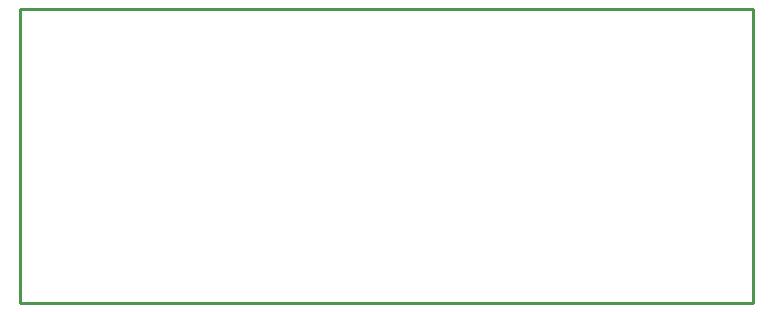
<source format=gko>
G04 Layer: BoardOutlineLayer*
G04 EasyEDA v6.4.31, 2022-03-09 14:54:07*
G04 Gerber Generator version 0.2*
G04 Scale: 100 percent, Rotated: No, Reflected: No *
G04 Dimensions in millimeters *
G04 leading zeros omitted , absolute positions ,4 integer and 5 decimal *
%FSLAX45Y45*%
%MOMM*%

%ADD10C,0.2540*%
D10*
X1016000Y2984500D02*
G01*
X7226300Y2984500D01*
X7226300Y495300D01*
X1016000Y495300D01*
X1016000Y2984500D01*

%LPD*%
M02*

</source>
